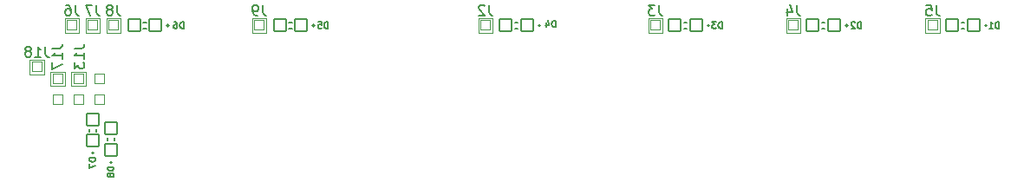
<source format=gbr>
%TF.GenerationSoftware,KiCad,Pcbnew,8.0.3*%
%TF.CreationDate,2024-06-20T21:51:27+02:00*%
%TF.ProjectId,KIA-OBD2-DISPLAY,4b49412d-4f42-4443-922d-444953504c41,rev?*%
%TF.SameCoordinates,Original*%
%TF.FileFunction,Legend,Bot*%
%TF.FilePolarity,Positive*%
%FSLAX46Y46*%
G04 Gerber Fmt 4.6, Leading zero omitted, Abs format (unit mm)*
G04 Created by KiCad (PCBNEW 8.0.3) date 2024-06-20 21:51:27*
%MOMM*%
%LPD*%
G01*
G04 APERTURE LIST*
G04 Aperture macros list*
%AMRoundRect*
0 Rectangle with rounded corners*
0 $1 Rounding radius*
0 $2 $3 $4 $5 $6 $7 $8 $9 X,Y pos of 4 corners*
0 Add a 4 corners polygon primitive as box body*
4,1,4,$2,$3,$4,$5,$6,$7,$8,$9,$2,$3,0*
0 Add four circle primitives for the rounded corners*
1,1,$1+$1,$2,$3*
1,1,$1+$1,$4,$5*
1,1,$1+$1,$6,$7*
1,1,$1+$1,$8,$9*
0 Add four rect primitives between the rounded corners*
20,1,$1+$1,$2,$3,$4,$5,0*
20,1,$1+$1,$4,$5,$6,$7,0*
20,1,$1+$1,$6,$7,$8,$9,0*
20,1,$1+$1,$8,$9,$2,$3,0*%
G04 Aperture macros list end*
%ADD10C,0.150000*%
%ADD11C,0.120000*%
%ADD12C,0.127000*%
%ADD13C,0.200000*%
%ADD14C,1.600000*%
%ADD15RoundRect,0.038000X-0.500000X-0.500000X0.500000X-0.500000X0.500000X0.500000X-0.500000X0.500000X0*%
%ADD16C,0.776000*%
%ADD17O,0.976000X2.476000*%
%ADD18O,0.976000X1.776000*%
%ADD19RoundRect,0.038000X0.500000X0.500000X-0.500000X0.500000X-0.500000X-0.500000X0.500000X-0.500000X0*%
%ADD20RoundRect,0.102000X0.600000X0.600000X-0.600000X0.600000X-0.600000X-0.600000X0.600000X-0.600000X0*%
%ADD21RoundRect,0.102000X0.600000X-0.600000X0.600000X0.600000X-0.600000X0.600000X-0.600000X-0.600000X0*%
G04 APERTURE END LIST*
D10*
X134953333Y-77000819D02*
X134953333Y-77715104D01*
X134953333Y-77715104D02*
X135000952Y-77857961D01*
X135000952Y-77857961D02*
X135096190Y-77953200D01*
X135096190Y-77953200D02*
X135239047Y-78000819D01*
X135239047Y-78000819D02*
X135334285Y-78000819D01*
X134334285Y-77429390D02*
X134429523Y-77381771D01*
X134429523Y-77381771D02*
X134477142Y-77334152D01*
X134477142Y-77334152D02*
X134524761Y-77238914D01*
X134524761Y-77238914D02*
X134524761Y-77191295D01*
X134524761Y-77191295D02*
X134477142Y-77096057D01*
X134477142Y-77096057D02*
X134429523Y-77048438D01*
X134429523Y-77048438D02*
X134334285Y-77000819D01*
X134334285Y-77000819D02*
X134143809Y-77000819D01*
X134143809Y-77000819D02*
X134048571Y-77048438D01*
X134048571Y-77048438D02*
X134000952Y-77096057D01*
X134000952Y-77096057D02*
X133953333Y-77191295D01*
X133953333Y-77191295D02*
X133953333Y-77238914D01*
X133953333Y-77238914D02*
X134000952Y-77334152D01*
X134000952Y-77334152D02*
X134048571Y-77381771D01*
X134048571Y-77381771D02*
X134143809Y-77429390D01*
X134143809Y-77429390D02*
X134334285Y-77429390D01*
X134334285Y-77429390D02*
X134429523Y-77477009D01*
X134429523Y-77477009D02*
X134477142Y-77524628D01*
X134477142Y-77524628D02*
X134524761Y-77619866D01*
X134524761Y-77619866D02*
X134524761Y-77810342D01*
X134524761Y-77810342D02*
X134477142Y-77905580D01*
X134477142Y-77905580D02*
X134429523Y-77953200D01*
X134429523Y-77953200D02*
X134334285Y-78000819D01*
X134334285Y-78000819D02*
X134143809Y-78000819D01*
X134143809Y-78000819D02*
X134048571Y-77953200D01*
X134048571Y-77953200D02*
X134000952Y-77905580D01*
X134000952Y-77905580D02*
X133953333Y-77810342D01*
X133953333Y-77810342D02*
X133953333Y-77619866D01*
X133953333Y-77619866D02*
X134000952Y-77524628D01*
X134000952Y-77524628D02*
X134048571Y-77477009D01*
X134048571Y-77477009D02*
X134143809Y-77429390D01*
X155539381Y-79282276D02*
X155539381Y-78642276D01*
X155539381Y-78642276D02*
X155387000Y-78642276D01*
X155387000Y-78642276D02*
X155295571Y-78672752D01*
X155295571Y-78672752D02*
X155234619Y-78733704D01*
X155234619Y-78733704D02*
X155204142Y-78794657D01*
X155204142Y-78794657D02*
X155173666Y-78916561D01*
X155173666Y-78916561D02*
X155173666Y-79007990D01*
X155173666Y-79007990D02*
X155204142Y-79129895D01*
X155204142Y-79129895D02*
X155234619Y-79190847D01*
X155234619Y-79190847D02*
X155295571Y-79251800D01*
X155295571Y-79251800D02*
X155387000Y-79282276D01*
X155387000Y-79282276D02*
X155539381Y-79282276D01*
X154594619Y-78642276D02*
X154899381Y-78642276D01*
X154899381Y-78642276D02*
X154929857Y-78947038D01*
X154929857Y-78947038D02*
X154899381Y-78916561D01*
X154899381Y-78916561D02*
X154838428Y-78886085D01*
X154838428Y-78886085D02*
X154686047Y-78886085D01*
X154686047Y-78886085D02*
X154625095Y-78916561D01*
X154625095Y-78916561D02*
X154594619Y-78947038D01*
X154594619Y-78947038D02*
X154564142Y-79007990D01*
X154564142Y-79007990D02*
X154564142Y-79160371D01*
X154564142Y-79160371D02*
X154594619Y-79221323D01*
X154594619Y-79221323D02*
X154625095Y-79251800D01*
X154625095Y-79251800D02*
X154686047Y-79282276D01*
X154686047Y-79282276D02*
X154838428Y-79282276D01*
X154838428Y-79282276D02*
X154899381Y-79251800D01*
X154899381Y-79251800D02*
X154929857Y-79221323D01*
X194020381Y-79282276D02*
X194020381Y-78642276D01*
X194020381Y-78642276D02*
X193868000Y-78642276D01*
X193868000Y-78642276D02*
X193776571Y-78672752D01*
X193776571Y-78672752D02*
X193715619Y-78733704D01*
X193715619Y-78733704D02*
X193685142Y-78794657D01*
X193685142Y-78794657D02*
X193654666Y-78916561D01*
X193654666Y-78916561D02*
X193654666Y-79007990D01*
X193654666Y-79007990D02*
X193685142Y-79129895D01*
X193685142Y-79129895D02*
X193715619Y-79190847D01*
X193715619Y-79190847D02*
X193776571Y-79251800D01*
X193776571Y-79251800D02*
X193868000Y-79282276D01*
X193868000Y-79282276D02*
X194020381Y-79282276D01*
X193441333Y-78642276D02*
X193045142Y-78642276D01*
X193045142Y-78642276D02*
X193258476Y-78886085D01*
X193258476Y-78886085D02*
X193167047Y-78886085D01*
X193167047Y-78886085D02*
X193106095Y-78916561D01*
X193106095Y-78916561D02*
X193075619Y-78947038D01*
X193075619Y-78947038D02*
X193045142Y-79007990D01*
X193045142Y-79007990D02*
X193045142Y-79160371D01*
X193045142Y-79160371D02*
X193075619Y-79221323D01*
X193075619Y-79221323D02*
X193106095Y-79251800D01*
X193106095Y-79251800D02*
X193167047Y-79282276D01*
X193167047Y-79282276D02*
X193349904Y-79282276D01*
X193349904Y-79282276D02*
X193410857Y-79251800D01*
X193410857Y-79251800D02*
X193441333Y-79221323D01*
X141442381Y-79282276D02*
X141442381Y-78642276D01*
X141442381Y-78642276D02*
X141290000Y-78642276D01*
X141290000Y-78642276D02*
X141198571Y-78672752D01*
X141198571Y-78672752D02*
X141137619Y-78733704D01*
X141137619Y-78733704D02*
X141107142Y-78794657D01*
X141107142Y-78794657D02*
X141076666Y-78916561D01*
X141076666Y-78916561D02*
X141076666Y-79007990D01*
X141076666Y-79007990D02*
X141107142Y-79129895D01*
X141107142Y-79129895D02*
X141137619Y-79190847D01*
X141137619Y-79190847D02*
X141198571Y-79251800D01*
X141198571Y-79251800D02*
X141290000Y-79282276D01*
X141290000Y-79282276D02*
X141442381Y-79282276D01*
X140528095Y-78642276D02*
X140650000Y-78642276D01*
X140650000Y-78642276D02*
X140710952Y-78672752D01*
X140710952Y-78672752D02*
X140741428Y-78703228D01*
X140741428Y-78703228D02*
X140802381Y-78794657D01*
X140802381Y-78794657D02*
X140832857Y-78916561D01*
X140832857Y-78916561D02*
X140832857Y-79160371D01*
X140832857Y-79160371D02*
X140802381Y-79221323D01*
X140802381Y-79221323D02*
X140771904Y-79251800D01*
X140771904Y-79251800D02*
X140710952Y-79282276D01*
X140710952Y-79282276D02*
X140589047Y-79282276D01*
X140589047Y-79282276D02*
X140528095Y-79251800D01*
X140528095Y-79251800D02*
X140497619Y-79221323D01*
X140497619Y-79221323D02*
X140467142Y-79160371D01*
X140467142Y-79160371D02*
X140467142Y-79007990D01*
X140467142Y-79007990D02*
X140497619Y-78947038D01*
X140497619Y-78947038D02*
X140528095Y-78916561D01*
X140528095Y-78916561D02*
X140589047Y-78886085D01*
X140589047Y-78886085D02*
X140710952Y-78886085D01*
X140710952Y-78886085D02*
X140771904Y-78916561D01*
X140771904Y-78916561D02*
X140802381Y-78947038D01*
X140802381Y-78947038D02*
X140832857Y-79007990D01*
X128613819Y-81232476D02*
X129328104Y-81232476D01*
X129328104Y-81232476D02*
X129470961Y-81184857D01*
X129470961Y-81184857D02*
X129566200Y-81089619D01*
X129566200Y-81089619D02*
X129613819Y-80946762D01*
X129613819Y-80946762D02*
X129613819Y-80851524D01*
X129613819Y-82232476D02*
X129613819Y-81661048D01*
X129613819Y-81946762D02*
X128613819Y-81946762D01*
X128613819Y-81946762D02*
X128756676Y-81851524D01*
X128756676Y-81851524D02*
X128851914Y-81756286D01*
X128851914Y-81756286D02*
X128899533Y-81661048D01*
X128613819Y-82565810D02*
X128613819Y-83232476D01*
X128613819Y-83232476D02*
X129613819Y-82803905D01*
X132921333Y-77000819D02*
X132921333Y-77715104D01*
X132921333Y-77715104D02*
X132968952Y-77857961D01*
X132968952Y-77857961D02*
X133064190Y-77953200D01*
X133064190Y-77953200D02*
X133207047Y-78000819D01*
X133207047Y-78000819D02*
X133302285Y-78000819D01*
X132540380Y-77000819D02*
X131873714Y-77000819D01*
X131873714Y-77000819D02*
X132302285Y-78000819D01*
X201333333Y-77000819D02*
X201333333Y-77715104D01*
X201333333Y-77715104D02*
X201380952Y-77857961D01*
X201380952Y-77857961D02*
X201476190Y-77953200D01*
X201476190Y-77953200D02*
X201619047Y-78000819D01*
X201619047Y-78000819D02*
X201714285Y-78000819D01*
X200428571Y-77334152D02*
X200428571Y-78000819D01*
X200666666Y-76953200D02*
X200904761Y-77667485D01*
X200904761Y-77667485D02*
X200285714Y-77667485D01*
X149177333Y-77000819D02*
X149177333Y-77715104D01*
X149177333Y-77715104D02*
X149224952Y-77857961D01*
X149224952Y-77857961D02*
X149320190Y-77953200D01*
X149320190Y-77953200D02*
X149463047Y-78000819D01*
X149463047Y-78000819D02*
X149558285Y-78000819D01*
X148653523Y-78000819D02*
X148463047Y-78000819D01*
X148463047Y-78000819D02*
X148367809Y-77953200D01*
X148367809Y-77953200D02*
X148320190Y-77905580D01*
X148320190Y-77905580D02*
X148224952Y-77762723D01*
X148224952Y-77762723D02*
X148177333Y-77572247D01*
X148177333Y-77572247D02*
X148177333Y-77191295D01*
X148177333Y-77191295D02*
X148224952Y-77096057D01*
X148224952Y-77096057D02*
X148272571Y-77048438D01*
X148272571Y-77048438D02*
X148367809Y-77000819D01*
X148367809Y-77000819D02*
X148558285Y-77000819D01*
X148558285Y-77000819D02*
X148653523Y-77048438D01*
X148653523Y-77048438D02*
X148701142Y-77096057D01*
X148701142Y-77096057D02*
X148748761Y-77191295D01*
X148748761Y-77191295D02*
X148748761Y-77429390D01*
X148748761Y-77429390D02*
X148701142Y-77524628D01*
X148701142Y-77524628D02*
X148653523Y-77572247D01*
X148653523Y-77572247D02*
X148558285Y-77619866D01*
X148558285Y-77619866D02*
X148367809Y-77619866D01*
X148367809Y-77619866D02*
X148272571Y-77572247D01*
X148272571Y-77572247D02*
X148224952Y-77524628D01*
X148224952Y-77524628D02*
X148177333Y-77429390D01*
X187872392Y-77000819D02*
X187872392Y-77715104D01*
X187872392Y-77715104D02*
X187920011Y-77857961D01*
X187920011Y-77857961D02*
X188015249Y-77953200D01*
X188015249Y-77953200D02*
X188158106Y-78000819D01*
X188158106Y-78000819D02*
X188253344Y-78000819D01*
X187491439Y-77000819D02*
X186872392Y-77000819D01*
X186872392Y-77000819D02*
X187205725Y-77381771D01*
X187205725Y-77381771D02*
X187062868Y-77381771D01*
X187062868Y-77381771D02*
X186967630Y-77429390D01*
X186967630Y-77429390D02*
X186920011Y-77477009D01*
X186920011Y-77477009D02*
X186872392Y-77572247D01*
X186872392Y-77572247D02*
X186872392Y-77810342D01*
X186872392Y-77810342D02*
X186920011Y-77905580D01*
X186920011Y-77905580D02*
X186967630Y-77953200D01*
X186967630Y-77953200D02*
X187062868Y-78000819D01*
X187062868Y-78000819D02*
X187348582Y-78000819D01*
X187348582Y-78000819D02*
X187443820Y-77953200D01*
X187443820Y-77953200D02*
X187491439Y-77905580D01*
X127936523Y-81064819D02*
X127936523Y-81779104D01*
X127936523Y-81779104D02*
X127984142Y-81921961D01*
X127984142Y-81921961D02*
X128079380Y-82017200D01*
X128079380Y-82017200D02*
X128222237Y-82064819D01*
X128222237Y-82064819D02*
X128317475Y-82064819D01*
X126936523Y-82064819D02*
X127507951Y-82064819D01*
X127222237Y-82064819D02*
X127222237Y-81064819D01*
X127222237Y-81064819D02*
X127317475Y-81207676D01*
X127317475Y-81207676D02*
X127412713Y-81302914D01*
X127412713Y-81302914D02*
X127507951Y-81350533D01*
X126365094Y-81493390D02*
X126460332Y-81445771D01*
X126460332Y-81445771D02*
X126507951Y-81398152D01*
X126507951Y-81398152D02*
X126555570Y-81302914D01*
X126555570Y-81302914D02*
X126555570Y-81255295D01*
X126555570Y-81255295D02*
X126507951Y-81160057D01*
X126507951Y-81160057D02*
X126460332Y-81112438D01*
X126460332Y-81112438D02*
X126365094Y-81064819D01*
X126365094Y-81064819D02*
X126174618Y-81064819D01*
X126174618Y-81064819D02*
X126079380Y-81112438D01*
X126079380Y-81112438D02*
X126031761Y-81160057D01*
X126031761Y-81160057D02*
X125984142Y-81255295D01*
X125984142Y-81255295D02*
X125984142Y-81302914D01*
X125984142Y-81302914D02*
X126031761Y-81398152D01*
X126031761Y-81398152D02*
X126079380Y-81445771D01*
X126079380Y-81445771D02*
X126174618Y-81493390D01*
X126174618Y-81493390D02*
X126365094Y-81493390D01*
X126365094Y-81493390D02*
X126460332Y-81541009D01*
X126460332Y-81541009D02*
X126507951Y-81588628D01*
X126507951Y-81588628D02*
X126555570Y-81683866D01*
X126555570Y-81683866D02*
X126555570Y-81874342D01*
X126555570Y-81874342D02*
X126507951Y-81969580D01*
X126507951Y-81969580D02*
X126460332Y-82017200D01*
X126460332Y-82017200D02*
X126365094Y-82064819D01*
X126365094Y-82064819D02*
X126174618Y-82064819D01*
X126174618Y-82064819D02*
X126079380Y-82017200D01*
X126079380Y-82017200D02*
X126031761Y-81969580D01*
X126031761Y-81969580D02*
X125984142Y-81874342D01*
X125984142Y-81874342D02*
X125984142Y-81683866D01*
X125984142Y-81683866D02*
X126031761Y-81588628D01*
X126031761Y-81588628D02*
X126079380Y-81541009D01*
X126079380Y-81541009D02*
X126174618Y-81493390D01*
X130889333Y-77000819D02*
X130889333Y-77715104D01*
X130889333Y-77715104D02*
X130936952Y-77857961D01*
X130936952Y-77857961D02*
X131032190Y-77953200D01*
X131032190Y-77953200D02*
X131175047Y-78000819D01*
X131175047Y-78000819D02*
X131270285Y-78000819D01*
X129984571Y-77000819D02*
X130175047Y-77000819D01*
X130175047Y-77000819D02*
X130270285Y-77048438D01*
X130270285Y-77048438D02*
X130317904Y-77096057D01*
X130317904Y-77096057D02*
X130413142Y-77238914D01*
X130413142Y-77238914D02*
X130460761Y-77429390D01*
X130460761Y-77429390D02*
X130460761Y-77810342D01*
X130460761Y-77810342D02*
X130413142Y-77905580D01*
X130413142Y-77905580D02*
X130365523Y-77953200D01*
X130365523Y-77953200D02*
X130270285Y-78000819D01*
X130270285Y-78000819D02*
X130079809Y-78000819D01*
X130079809Y-78000819D02*
X129984571Y-77953200D01*
X129984571Y-77953200D02*
X129936952Y-77905580D01*
X129936952Y-77905580D02*
X129889333Y-77810342D01*
X129889333Y-77810342D02*
X129889333Y-77572247D01*
X129889333Y-77572247D02*
X129936952Y-77477009D01*
X129936952Y-77477009D02*
X129984571Y-77429390D01*
X129984571Y-77429390D02*
X130079809Y-77381771D01*
X130079809Y-77381771D02*
X130270285Y-77381771D01*
X130270285Y-77381771D02*
X130365523Y-77429390D01*
X130365523Y-77429390D02*
X130413142Y-77477009D01*
X130413142Y-77477009D02*
X130460761Y-77572247D01*
X171275333Y-77000819D02*
X171275333Y-77715104D01*
X171275333Y-77715104D02*
X171322952Y-77857961D01*
X171322952Y-77857961D02*
X171418190Y-77953200D01*
X171418190Y-77953200D02*
X171561047Y-78000819D01*
X171561047Y-78000819D02*
X171656285Y-78000819D01*
X170846761Y-77096057D02*
X170799142Y-77048438D01*
X170799142Y-77048438D02*
X170703904Y-77000819D01*
X170703904Y-77000819D02*
X170465809Y-77000819D01*
X170465809Y-77000819D02*
X170370571Y-77048438D01*
X170370571Y-77048438D02*
X170322952Y-77096057D01*
X170322952Y-77096057D02*
X170275333Y-77191295D01*
X170275333Y-77191295D02*
X170275333Y-77286533D01*
X170275333Y-77286533D02*
X170322952Y-77429390D01*
X170322952Y-77429390D02*
X170894380Y-78000819D01*
X170894380Y-78000819D02*
X170275333Y-78000819D01*
X214933333Y-77000819D02*
X214933333Y-77715104D01*
X214933333Y-77715104D02*
X214980952Y-77857961D01*
X214980952Y-77857961D02*
X215076190Y-77953200D01*
X215076190Y-77953200D02*
X215219047Y-78000819D01*
X215219047Y-78000819D02*
X215314285Y-78000819D01*
X213980952Y-77000819D02*
X214457142Y-77000819D01*
X214457142Y-77000819D02*
X214504761Y-77477009D01*
X214504761Y-77477009D02*
X214457142Y-77429390D01*
X214457142Y-77429390D02*
X214361904Y-77381771D01*
X214361904Y-77381771D02*
X214123809Y-77381771D01*
X214123809Y-77381771D02*
X214028571Y-77429390D01*
X214028571Y-77429390D02*
X213980952Y-77477009D01*
X213980952Y-77477009D02*
X213933333Y-77572247D01*
X213933333Y-77572247D02*
X213933333Y-77810342D01*
X213933333Y-77810342D02*
X213980952Y-77905580D01*
X213980952Y-77905580D02*
X214028571Y-77953200D01*
X214028571Y-77953200D02*
X214123809Y-78000819D01*
X214123809Y-78000819D02*
X214361904Y-78000819D01*
X214361904Y-78000819D02*
X214457142Y-77953200D01*
X214457142Y-77953200D02*
X214504761Y-77905580D01*
X177764381Y-79155276D02*
X177764381Y-78515276D01*
X177764381Y-78515276D02*
X177612000Y-78515276D01*
X177612000Y-78515276D02*
X177520571Y-78545752D01*
X177520571Y-78545752D02*
X177459619Y-78606704D01*
X177459619Y-78606704D02*
X177429142Y-78667657D01*
X177429142Y-78667657D02*
X177398666Y-78789561D01*
X177398666Y-78789561D02*
X177398666Y-78880990D01*
X177398666Y-78880990D02*
X177429142Y-79002895D01*
X177429142Y-79002895D02*
X177459619Y-79063847D01*
X177459619Y-79063847D02*
X177520571Y-79124800D01*
X177520571Y-79124800D02*
X177612000Y-79155276D01*
X177612000Y-79155276D02*
X177764381Y-79155276D01*
X176850095Y-78728609D02*
X176850095Y-79155276D01*
X177002476Y-78484800D02*
X177154857Y-78941942D01*
X177154857Y-78941942D02*
X176758666Y-78941942D01*
X207609381Y-79282276D02*
X207609381Y-78642276D01*
X207609381Y-78642276D02*
X207457000Y-78642276D01*
X207457000Y-78642276D02*
X207365571Y-78672752D01*
X207365571Y-78672752D02*
X207304619Y-78733704D01*
X207304619Y-78733704D02*
X207274142Y-78794657D01*
X207274142Y-78794657D02*
X207243666Y-78916561D01*
X207243666Y-78916561D02*
X207243666Y-79007990D01*
X207243666Y-79007990D02*
X207274142Y-79129895D01*
X207274142Y-79129895D02*
X207304619Y-79190847D01*
X207304619Y-79190847D02*
X207365571Y-79251800D01*
X207365571Y-79251800D02*
X207457000Y-79282276D01*
X207457000Y-79282276D02*
X207609381Y-79282276D01*
X206999857Y-78703228D02*
X206969381Y-78672752D01*
X206969381Y-78672752D02*
X206908428Y-78642276D01*
X206908428Y-78642276D02*
X206756047Y-78642276D01*
X206756047Y-78642276D02*
X206695095Y-78672752D01*
X206695095Y-78672752D02*
X206664619Y-78703228D01*
X206664619Y-78703228D02*
X206634142Y-78764180D01*
X206634142Y-78764180D02*
X206634142Y-78825133D01*
X206634142Y-78825133D02*
X206664619Y-78916561D01*
X206664619Y-78916561D02*
X207030333Y-79282276D01*
X207030333Y-79282276D02*
X206634142Y-79282276D01*
X134654276Y-92805018D02*
X134014276Y-92805018D01*
X134014276Y-92805018D02*
X134014276Y-92957399D01*
X134014276Y-92957399D02*
X134044752Y-93048828D01*
X134044752Y-93048828D02*
X134105704Y-93109780D01*
X134105704Y-93109780D02*
X134166657Y-93140257D01*
X134166657Y-93140257D02*
X134288561Y-93170733D01*
X134288561Y-93170733D02*
X134379990Y-93170733D01*
X134379990Y-93170733D02*
X134501895Y-93140257D01*
X134501895Y-93140257D02*
X134562847Y-93109780D01*
X134562847Y-93109780D02*
X134623800Y-93048828D01*
X134623800Y-93048828D02*
X134654276Y-92957399D01*
X134654276Y-92957399D02*
X134654276Y-92805018D01*
X134288561Y-93536447D02*
X134258085Y-93475495D01*
X134258085Y-93475495D02*
X134227609Y-93445018D01*
X134227609Y-93445018D02*
X134166657Y-93414542D01*
X134166657Y-93414542D02*
X134136180Y-93414542D01*
X134136180Y-93414542D02*
X134075228Y-93445018D01*
X134075228Y-93445018D02*
X134044752Y-93475495D01*
X134044752Y-93475495D02*
X134014276Y-93536447D01*
X134014276Y-93536447D02*
X134014276Y-93658352D01*
X134014276Y-93658352D02*
X134044752Y-93719304D01*
X134044752Y-93719304D02*
X134075228Y-93749780D01*
X134075228Y-93749780D02*
X134136180Y-93780257D01*
X134136180Y-93780257D02*
X134166657Y-93780257D01*
X134166657Y-93780257D02*
X134227609Y-93749780D01*
X134227609Y-93749780D02*
X134258085Y-93719304D01*
X134258085Y-93719304D02*
X134288561Y-93658352D01*
X134288561Y-93658352D02*
X134288561Y-93536447D01*
X134288561Y-93536447D02*
X134319038Y-93475495D01*
X134319038Y-93475495D02*
X134349514Y-93445018D01*
X134349514Y-93445018D02*
X134410466Y-93414542D01*
X134410466Y-93414542D02*
X134532371Y-93414542D01*
X134532371Y-93414542D02*
X134593323Y-93445018D01*
X134593323Y-93445018D02*
X134623800Y-93475495D01*
X134623800Y-93475495D02*
X134654276Y-93536447D01*
X134654276Y-93536447D02*
X134654276Y-93658352D01*
X134654276Y-93658352D02*
X134623800Y-93719304D01*
X134623800Y-93719304D02*
X134593323Y-93749780D01*
X134593323Y-93749780D02*
X134532371Y-93780257D01*
X134532371Y-93780257D02*
X134410466Y-93780257D01*
X134410466Y-93780257D02*
X134349514Y-93749780D01*
X134349514Y-93749780D02*
X134319038Y-93719304D01*
X134319038Y-93719304D02*
X134288561Y-93658352D01*
X132876276Y-91941418D02*
X132236276Y-91941418D01*
X132236276Y-91941418D02*
X132236276Y-92093799D01*
X132236276Y-92093799D02*
X132266752Y-92185228D01*
X132266752Y-92185228D02*
X132327704Y-92246180D01*
X132327704Y-92246180D02*
X132388657Y-92276657D01*
X132388657Y-92276657D02*
X132510561Y-92307133D01*
X132510561Y-92307133D02*
X132601990Y-92307133D01*
X132601990Y-92307133D02*
X132723895Y-92276657D01*
X132723895Y-92276657D02*
X132784847Y-92246180D01*
X132784847Y-92246180D02*
X132845800Y-92185228D01*
X132845800Y-92185228D02*
X132876276Y-92093799D01*
X132876276Y-92093799D02*
X132876276Y-91941418D01*
X132236276Y-92520466D02*
X132236276Y-92947133D01*
X132236276Y-92947133D02*
X132876276Y-92672847D01*
X221071381Y-79282276D02*
X221071381Y-78642276D01*
X221071381Y-78642276D02*
X220919000Y-78642276D01*
X220919000Y-78642276D02*
X220827571Y-78672752D01*
X220827571Y-78672752D02*
X220766619Y-78733704D01*
X220766619Y-78733704D02*
X220736142Y-78794657D01*
X220736142Y-78794657D02*
X220705666Y-78916561D01*
X220705666Y-78916561D02*
X220705666Y-79007990D01*
X220705666Y-79007990D02*
X220736142Y-79129895D01*
X220736142Y-79129895D02*
X220766619Y-79190847D01*
X220766619Y-79190847D02*
X220827571Y-79251800D01*
X220827571Y-79251800D02*
X220919000Y-79282276D01*
X220919000Y-79282276D02*
X221071381Y-79282276D01*
X220096142Y-79282276D02*
X220461857Y-79282276D01*
X220279000Y-79282276D02*
X220279000Y-78642276D01*
X220279000Y-78642276D02*
X220339952Y-78733704D01*
X220339952Y-78733704D02*
X220400904Y-78794657D01*
X220400904Y-78794657D02*
X220461857Y-78825133D01*
X130772819Y-81232476D02*
X131487104Y-81232476D01*
X131487104Y-81232476D02*
X131629961Y-81184857D01*
X131629961Y-81184857D02*
X131725200Y-81089619D01*
X131725200Y-81089619D02*
X131772819Y-80946762D01*
X131772819Y-80946762D02*
X131772819Y-80851524D01*
X131772819Y-82232476D02*
X131772819Y-81661048D01*
X131772819Y-81946762D02*
X130772819Y-81946762D01*
X130772819Y-81946762D02*
X130915676Y-81851524D01*
X130915676Y-81851524D02*
X131010914Y-81756286D01*
X131010914Y-81756286D02*
X131058533Y-81661048D01*
X130772819Y-82565810D02*
X130772819Y-83184857D01*
X130772819Y-83184857D02*
X131153771Y-82851524D01*
X131153771Y-82851524D02*
X131153771Y-82994381D01*
X131153771Y-82994381D02*
X131201390Y-83089619D01*
X131201390Y-83089619D02*
X131249009Y-83137238D01*
X131249009Y-83137238D02*
X131344247Y-83184857D01*
X131344247Y-83184857D02*
X131582342Y-83184857D01*
X131582342Y-83184857D02*
X131677580Y-83137238D01*
X131677580Y-83137238D02*
X131725200Y-83089619D01*
X131725200Y-83089619D02*
X131772819Y-82994381D01*
X131772819Y-82994381D02*
X131772819Y-82708667D01*
X131772819Y-82708667D02*
X131725200Y-82613429D01*
X131725200Y-82613429D02*
X131677580Y-82565810D01*
D11*
%TO.C,J8*%
X133920000Y-78294000D02*
X135320000Y-78294000D01*
X133920000Y-79694000D02*
X133920000Y-78294000D01*
X135320000Y-78294000D02*
X135320000Y-79694000D01*
X135320000Y-79694000D02*
X133920000Y-79694000D01*
D12*
%TO.C,D5*%
X151762000Y-78694000D02*
X152022000Y-78694000D01*
X151762000Y-79294000D02*
X152022000Y-79294000D01*
D13*
X154242000Y-78994000D02*
G75*
G02*
X154042000Y-78994000I-100000J0D01*
G01*
X154042000Y-78994000D02*
G75*
G02*
X154242000Y-78994000I100000J0D01*
G01*
D12*
%TO.C,D3*%
X190336470Y-78694000D02*
X190596470Y-78694000D01*
X190336470Y-79294000D02*
X190596470Y-79294000D01*
D13*
X192816470Y-78994000D02*
G75*
G02*
X192616470Y-78994000I-100000J0D01*
G01*
X192616470Y-78994000D02*
G75*
G02*
X192816470Y-78994000I100000J0D01*
G01*
D12*
%TO.C,D6*%
X137538000Y-78694000D02*
X137798000Y-78694000D01*
X137538000Y-79294000D02*
X137798000Y-79294000D01*
D13*
X140018000Y-78994000D02*
G75*
G02*
X139818000Y-78994000I-100000J0D01*
G01*
X139818000Y-78994000D02*
G75*
G02*
X140018000Y-78994000I100000J0D01*
G01*
D11*
%TO.C,J17*%
X128459000Y-83501000D02*
X129859000Y-83501000D01*
X128459000Y-84901000D02*
X128459000Y-83501000D01*
X129859000Y-83501000D02*
X129859000Y-84901000D01*
X129859000Y-84901000D02*
X128459000Y-84901000D01*
%TO.C,J7*%
X131888000Y-78294000D02*
X133288000Y-78294000D01*
X131888000Y-79694000D02*
X131888000Y-78294000D01*
X133288000Y-78294000D02*
X133288000Y-79694000D01*
X133288000Y-79694000D02*
X131888000Y-79694000D01*
%TO.C,J4*%
X200300000Y-78294000D02*
X201700000Y-78294000D01*
X200300000Y-79694000D02*
X200300000Y-78294000D01*
X201700000Y-78294000D02*
X201700000Y-79694000D01*
X201700000Y-79694000D02*
X200300000Y-79694000D01*
%TO.C,J9*%
X148144000Y-78294000D02*
X149544000Y-78294000D01*
X148144000Y-79694000D02*
X148144000Y-78294000D01*
X149544000Y-78294000D02*
X149544000Y-79694000D01*
X149544000Y-79694000D02*
X148144000Y-79694000D01*
%TO.C,J3*%
X186839059Y-78294000D02*
X188239059Y-78294000D01*
X186839059Y-79694000D02*
X186839059Y-78294000D01*
X188239059Y-78294000D02*
X188239059Y-79694000D01*
X188239059Y-79694000D02*
X186839059Y-79694000D01*
%TO.C,J18*%
X126427000Y-82358000D02*
X127827000Y-82358000D01*
X126427000Y-83758000D02*
X126427000Y-82358000D01*
X127827000Y-82358000D02*
X127827000Y-83758000D01*
X127827000Y-83758000D02*
X126427000Y-83758000D01*
%TO.C,J6*%
X129856000Y-78294000D02*
X131256000Y-78294000D01*
X129856000Y-79694000D02*
X129856000Y-78294000D01*
X131256000Y-78294000D02*
X131256000Y-79694000D01*
X131256000Y-79694000D02*
X129856000Y-79694000D01*
%TO.C,J2*%
X170242000Y-78294000D02*
X171642000Y-78294000D01*
X170242000Y-79694000D02*
X170242000Y-78294000D01*
X171642000Y-78294000D02*
X171642000Y-79694000D01*
X171642000Y-79694000D02*
X170242000Y-79694000D01*
%TO.C,J5*%
X213900000Y-78294000D02*
X215300000Y-78294000D01*
X213900000Y-79694000D02*
X213900000Y-78294000D01*
X215300000Y-78294000D02*
X215300000Y-79694000D01*
X215300000Y-79694000D02*
X213900000Y-79694000D01*
D12*
%TO.C,D4*%
X173826000Y-78694000D02*
X174086000Y-78694000D01*
X173826000Y-79294000D02*
X174086000Y-79294000D01*
D13*
X176306000Y-78994000D02*
G75*
G02*
X176106000Y-78994000I-100000J0D01*
G01*
X176106000Y-78994000D02*
G75*
G02*
X176306000Y-78994000I100000J0D01*
G01*
D12*
%TO.C,D2*%
X203819630Y-78694000D02*
X204079630Y-78694000D01*
X203819630Y-79294000D02*
X204079630Y-79294000D01*
D13*
X206299630Y-78994000D02*
G75*
G02*
X206099630Y-78994000I-100000J0D01*
G01*
X206099630Y-78994000D02*
G75*
G02*
X206299630Y-78994000I100000J0D01*
G01*
D12*
%TO.C,D8*%
X134066000Y-89972400D02*
X134066000Y-90232400D01*
X134666000Y-89972400D02*
X134666000Y-90232400D01*
D13*
X134466000Y-92352400D02*
G75*
G02*
X134266000Y-92352400I-100000J0D01*
G01*
X134266000Y-92352400D02*
G75*
G02*
X134466000Y-92352400I100000J0D01*
G01*
D12*
%TO.C,D7*%
X132288000Y-89074800D02*
X132288000Y-89334800D01*
X132888000Y-89074800D02*
X132888000Y-89334800D01*
D13*
X132688000Y-91454800D02*
G75*
G02*
X132488000Y-91454800I-100000J0D01*
G01*
X132488000Y-91454800D02*
G75*
G02*
X132688000Y-91454800I100000J0D01*
G01*
D12*
%TO.C,D1*%
X217408744Y-78694000D02*
X217668744Y-78694000D01*
X217408744Y-79294000D02*
X217668744Y-79294000D01*
D13*
X219888744Y-78994000D02*
G75*
G02*
X219688744Y-78994000I-100000J0D01*
G01*
X219688744Y-78994000D02*
G75*
G02*
X219888744Y-78994000I100000J0D01*
G01*
D11*
%TO.C,J13*%
X130491000Y-83501000D02*
X131891000Y-83501000D01*
X130491000Y-84901000D02*
X130491000Y-83501000D01*
X131891000Y-83501000D02*
X131891000Y-84901000D01*
X131891000Y-84901000D02*
X130491000Y-84901000D01*
%TD*%
%LPC*%
D14*
%TO.C,U8*%
X126873000Y-95504000D03*
X126873000Y-92964000D03*
X126873000Y-90424000D03*
X126873000Y-87884000D03*
X126873000Y-85344000D03*
%TD*%
D15*
%TO.C,J14*%
X131191000Y-86233000D03*
%TD*%
%TO.C,J12*%
X129159000Y-86233000D03*
%TD*%
D14*
%TO.C,U2*%
X161701490Y-79977439D03*
X161701490Y-82517439D03*
X161701490Y-85057439D03*
X161701490Y-87597439D03*
X161701490Y-90137439D03*
X161701490Y-92677439D03*
X161701490Y-95217439D03*
%TD*%
D15*
%TO.C,J15*%
X133223000Y-84201000D03*
%TD*%
%TO.C,J16*%
X133223000Y-86233000D03*
%TD*%
D16*
%TO.C,J10*%
X211135000Y-87037000D03*
X210285000Y-87037000D03*
X209435000Y-87037000D03*
X208585000Y-87037000D03*
X207735000Y-87037000D03*
X206885000Y-87037000D03*
X206035000Y-87037000D03*
X205185000Y-87037000D03*
X205185000Y-85687000D03*
X206035000Y-85687000D03*
X206885000Y-85687000D03*
X207735000Y-85687000D03*
X208585000Y-85687000D03*
X209435000Y-85687000D03*
X210285000Y-85687000D03*
X211135000Y-85687000D03*
D17*
X212485000Y-86057000D03*
D18*
X212485000Y-82677000D03*
D17*
X203835000Y-86057000D03*
D18*
X203835000Y-82677000D03*
%TD*%
D14*
%TO.C,U1*%
X157080000Y-95220000D03*
X157080000Y-92680000D03*
X157080000Y-90140000D03*
X157080000Y-87600000D03*
X157080000Y-85060000D03*
X157080000Y-82520000D03*
X157080000Y-79980000D03*
%TD*%
D19*
%TO.C,J8*%
X134620000Y-78994000D03*
%TD*%
D20*
%TO.C,D5*%
X150842000Y-78994000D03*
X152942000Y-78994000D03*
%TD*%
%TO.C,D3*%
X189416470Y-78994000D03*
X191516470Y-78994000D03*
%TD*%
%TO.C,D6*%
X136618000Y-78994000D03*
X138718000Y-78994000D03*
%TD*%
D19*
%TO.C,J17*%
X129159000Y-84201000D03*
%TD*%
%TO.C,J7*%
X132588000Y-78994000D03*
%TD*%
%TO.C,J4*%
X201000000Y-78994000D03*
%TD*%
%TO.C,J9*%
X148844000Y-78994000D03*
%TD*%
%TO.C,J3*%
X187539059Y-78994000D03*
%TD*%
%TO.C,J18*%
X127127000Y-83058000D03*
%TD*%
%TO.C,J6*%
X130556000Y-78994000D03*
%TD*%
%TO.C,J2*%
X170942000Y-78994000D03*
%TD*%
%TO.C,J5*%
X214600000Y-78994000D03*
%TD*%
D20*
%TO.C,D4*%
X172906000Y-78994000D03*
X175006000Y-78994000D03*
%TD*%
%TO.C,D2*%
X202899630Y-78994000D03*
X204999630Y-78994000D03*
%TD*%
D21*
%TO.C,D8*%
X134366000Y-89052400D03*
X134366000Y-91152400D03*
%TD*%
%TO.C,D7*%
X132588000Y-88154800D03*
X132588000Y-90254800D03*
%TD*%
D20*
%TO.C,D1*%
X216488744Y-78994000D03*
X218588744Y-78994000D03*
%TD*%
D19*
%TO.C,J13*%
X131191000Y-84201000D03*
%TD*%
%LPD*%
M02*

</source>
